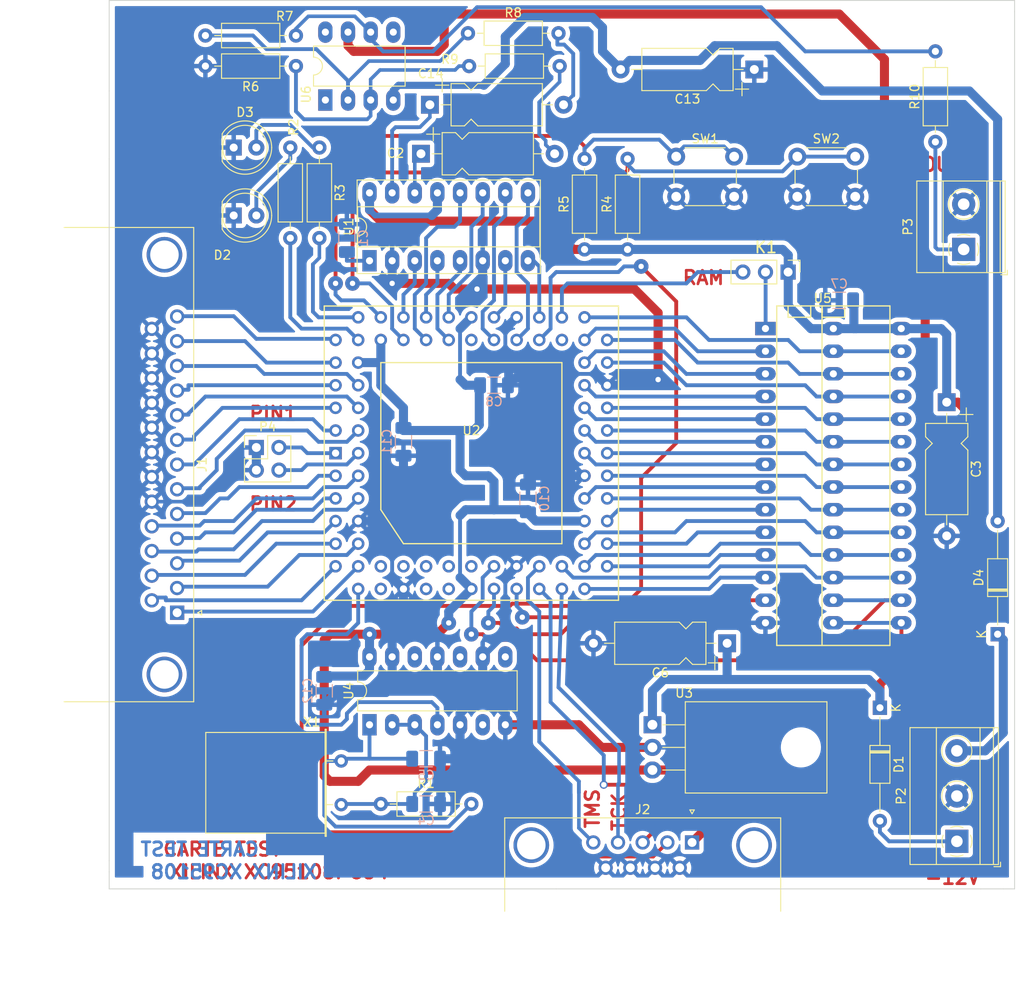
<source format=kicad_pcb>
(kicad_pcb (version 20230410) (generator pcbnew)
  (title_block (title "CARTE TEST XILINX XC95108") (rev "0"))
  (layers (0 "F.Cu" signal) (31 "B.Cu" signal) (34 "B.Paste" user) (35 "F.Paste" user) (36 "B.SilkS" user "B.Silkscreen") (37 "F.SilkS" user "F.Silkscreen") (38 "B.Mask" user) (39 "F.Mask" user) (44 "Edge.Cuts" user))
  (net 0 "")
  (net 1 "+12V")
  (net 2 "-12V")
  (net 3 "/CSMEM")
  (net 4 "/DAT0")
  (net 5 "/DAT1")
  (net 6 "/DAT2")
  (net 7 "/DAT3")
  (net 8 "/DAT4")
  (net 9 "/DAT5")
  (net 10 "/DAT6")
  (net 11 "/DAT7")
  (net 12 "/DCLK")
  (net 13 "/LED1")
  (net 14 "/LED2")
  (net 15 "/MA0")
  (net 16 "/MA1")
  (net 17 "/MA2")
  (net 18 "/MA3")
  (net 19 "/MA4")
  (net 20 "/MA5")
  (net 21 "/MA6")
  (net 22 "/MA7")
  (net 23 "/MD0")
  (net 24 "/MD1")
  (net 25 "/MD10")
  (net 26 "/MD11")
  (net 27 "/MD12")
  (net 28 "/MD13")
  (net 29 "/MD14")
  (net 30 "/MD2")
  (net 31 "/MD3")
  (net 32 "/MD4")
  (net 33 "/MD5")
  (net 34 "/MD6")
  (net 35 "/MD7")
  (net 36 "/MD8")
  (net 37 "/MD9")
  (net 38 "/OEMEM")
  (net 39 "/PARBUS0")
  (net 40 "/PARBUS1")
  (net 41 "/PARBUS2")
  (net 42 "/PARBUS3")
  (net 43 "/PARBUS4")
  (net 44 "/PARBUS5")
  (net 45 "/PARBUS6")
  (net 46 "/PARBUS7")
  (net 47 "/PAR_AUX0{slash}STROBE*")
  (net 48 "/PAR_AUX6{slash}ACK")
  (net 49 "/PAR_AUX5{slash}BUSY*")
  (net 50 "/PAR_AUX4{slash}PE")
  (net 51 "/PAR_AUX3{slash}SELECT*")
  (net 52 "/PAR_AUX2{slash}AUTOLF*")
  (net 53 "/PAR_AUX1{slash}ERROR*")
  (net 54 "/PAR_AUX7{slash}INIT")
  (net 55 "/PAR_AUX8{slash}SELECT")
  (net 56 "/PIN_TEST0")
  (net 57 "/PIN_TEST1")
  (net 58 "/XIN{slash}CLK")
  (net 59 "/SW0")
  (net 60 "/SW1")
  (net 61 "/TCK")
  (net 62 "/TDI")
  (net 63 "/TDO")
  (net 64 "/TMS")
  (net 65 "Net-(U1-VREF)")
  (net 66 "GND")
  (net 67 "Net-(C2-Pad1)")
  (net 68 "Net-(C14-Pad1)")
  (net 69 "Net-(C14-Pad2)")
  (net 70 "Net-(D2-A)")
  (net 71 "Net-(C2-Pad2)")
  (net 72 "Net-(C4-Pad1)")
  (net 73 "Net-(C5-Pad1)")
  (net 74 "Net-(D3-A)")
  (net 75 "Net-(K1-PM)")
  (net 76 "Net-(P3-P1)")
  (net 77 "Net-(U6-+)")
  (net 78 "Net-(U6-OUT)")
  (net 79 "VCC")
  (net 80 "/+12BATT")
  (net 81 "/-12BATT")
  (net 82 "Net-(U6--)")
  (net 91 "/R{slash}W-A14")
  (footprint "Diode_THT:D_DO-35_SOD27_P12.70mm_Horizontal" (layer "F.Cu") (at 181.102 115.57 -90)
    (fp_text reference "D1")
    (fp_text value "1N4004")
  )
  (footprint "Diode_THT:D_DO-35_SOD27_P12.70mm_Horizontal" (layer "F.Cu") (at 194.31 107.315 90)
    (fp_text reference "D4")
    (fp_text value "1N4004")
  )
  (footprint "Button_Switch_THT:SW_PUSH_6mm_H4.3mm" (layer "F.Cu") (at 158.242 53.721)
    (fp_text reference "SW1")
    (fp_text value "SW_PUSH")
  )
  (footprint "footprints:PLCC84" (layer "F.Cu") (at 135.255 86.995)
    (fp_text reference "U2")
    (fp_text value "XC95108PC84")
  )
  (footprint "Package_DIP:DIP-14_W7.62mm_LongPads" (layer "F.Cu") (at 123.825 117.475 90)
    (fp_text reference "U4")
    (fp_text value "74HC04")
  )
  (footprint "Connector_PinHeader_2.54mm:PinHeader_2x02_P2.54mm_Vertical" (layer "F.Cu") (at 111.125 86.36)
    (fp_text reference "P4")
    (fp_text value "CONN_2X2")
  )
  (footprint "Connector_PinHeader_2.54mm:PinHeader_1x03_P2.54mm_Vertical" (layer "F.Cu") (at 170.8 66.675 -90)
    (fp_text reference "K1")
    (fp_text value "CONN_3" hide)
  )
  (footprint "Resistor_THT:R_Axial_DIN0207_L6.3mm_D2.5mm_P10.16mm_Horizontal" (layer "F.Cu") (at 114.935 52.705 -90)
    (fp_text reference "R2")
    (fp_text value "330")
  )
  (footprint "Resistor_THT:R_Axial_DIN0207_L6.3mm_D2.5mm_P10.16mm_Horizontal" (layer "F.Cu") (at 134.874 39.878)
    (fp_text reference "R8")
    (fp_text value "2,2K")
  )
  (footprint "Resistor_THT:R_Axial_DIN0207_L6.3mm_D2.5mm_P10.16mm_Horizontal" (layer "F.Cu") (at 187.325 52.07 90)
    (fp_text reference "R10")
    (fp_text value "75")
  )
  (footprint "Resistor_THT:R_Axial_DIN0207_L6.3mm_D2.5mm_P10.16mm_Horizontal" (layer "F.Cu") (at 135.001 43.561)
    (fp_text reference "R9")
    (fp_text value "2,2K")
  )
  (footprint "Resistor_THT:R_Axial_DIN0207_L6.3mm_D2.5mm_P10.16mm_Horizontal" (layer "F.Cu") (at 125.095 126.365)
    (fp_text reference "R1")
    (fp_text value "100K")
  )
  (footprint "Resistor_THT:R_Axial_DIN0207_L6.3mm_D2.5mm_P10.16mm_Horizontal" (layer "F.Cu") (at 147.955 64.135 90)
    (fp_text reference "R5")
    (fp_text value "4,7K")
  )
  (footprint "Resistor_THT:R_Axial_DIN0207_L6.3mm_D2.5mm_P10.16mm_Horizontal" (layer "F.Cu") (at 115.57 43.561 180)
    (fp_text reference "R6")
    (fp_text value "1,1k")
  )
  (footprint "Resistor_THT:R_Axial_DIN0207_L6.3mm_D2.5mm_P10.16mm_Horizontal" (layer "F.Cu") (at 118.2 52.7 -90)
    (fp_text reference "R3")
    (fp_text value "330")
  )
  (footprint "Package_DIP:DIP-16_W7.62mm_Socket_LongPads" (layer "F.Cu") (at 123.825 65.405 90)
    (fp_text reference "U1")
    (fp_text value "TDA8702")
  )
  (footprint "Crystal:Crystal_HC18-U_Horizontal" (layer "F.Cu") (at 120.65 121.539 -90)
    (fp_text reference "X1")
    (fp_text value "10MHz")
  )
  (footprint "Resistor_THT:R_Axial_DIN0207_L6.3mm_D2.5mm_P10.16mm_Horizontal" (layer "F.Cu") (at 152.781 64.135 90)
    (fp_text reference "R4")
    (fp_text value "4,7K")
  )
  (footprint "Resistor_THT:R_Axial_DIN0207_L6.3mm_D2.5mm_P10.16mm_Horizontal" (layer "F.Cu") (at 115.57 40.132 180)
    (fp_text reference "R7")
    (fp_text value "1,1K")
  )
  (footprint "LED_THT:LED_D5.0mm" (layer "F.Cu") (at 108.585 52.705)
    (fp_text reference "D3")
    (fp_text value "LED")
  )
  (footprint "LED_THT:LED_D5.0mm" (layer "F.Cu") (at 108.585 60.325)
    (fp_text reference "D2")
    (fp_text value "LED")
  )
  (footprint "Package_DIP:DIP-8_W7.62mm_LongPads" (layer "F.Cu") (at 118.872 47.371 90)
    (fp_text reference "U6")
    (fp_text value "LM318N")
  )
  (footprint "Connector_Dsub:DSUB-25_Female_Horizontal_P2.77x2.84mm_EdgePinOffset9.90mm_Housed_MountingHolesOffset11.32mm" (layer "F.Cu") (at 102.235 104.902 -90)
    (fp_text reference "J1")
    (fp_text value "DB25")
  )
  (footprint "Package_TO_SOT_THT:TO-220-3_Horizontal_TabDown" (layer "F.Cu") (at 155.575 117.475 -90)
    (fp_text reference "U3")
    (fp_text value "LM7805")
  )
  (footprint "Connector_Dsub:DSUB-9_Female_Horizontal_P2.77x2.84mm_EdgePinOffset4.94mm_Housed_MountingHolesOffset7.48mm" (layer "F.Cu") (at 160.02 130.683)
    (fp_text reference "J2")
    (fp_text value "DB9FEM")
  )
  (footprint "TerminalBlock_Phoenix:TerminalBlock_Phoenix_MKDS-1,5-3-5.08_1x03_P5.08mm_Horizontal" (layer "F.Cu") (at 189.738 130.556 90)
    (fp_text reference "P2")
    (fp_text value "CONN_3")
  )
  (footprint "TerminalBlock_Phoenix:TerminalBlock_Phoenix_MKDS-1,5-2-5.08_1x02_P5.08mm_Horizontal" (layer "F.Cu") (at 190.5 64.135 90)
    (fp_text reference "P3")
    (fp_text value "CONN_2")
  )
  (footprint "Capacitor_THT:CP_Axial_L10.0mm_D4.5mm_P15.00mm_Horizontal" (layer "F.Cu") (at 167.005 43.942 180)
    (fp_text reference "C13")
    (fp_text value "10uF")
  )
  (footprint "Capacitor_THT:CP_Axial_L10.0mm_D4.5mm_P15.00mm_Horizontal" (layer "F.Cu") (at 163.957 108.331 180)
    (fp_text reference "C6")
    (fp_text value "47uF")
  )
  (footprint "Capacitor_THT:CP_Axial_L10.0mm_D4.5mm_P15.00mm_Horizontal" (layer "F.Cu") (at 188.595 81.28 -90)
    (fp_text reference "C3")
    (fp_text value "10uF")
  )
  (footprint "Capacitor_THT:CP_Axial_L10.0mm_D4.5mm_P15.00mm_Horizontal" (layer "F.Cu") (at 129.6 53.4)
    (fp_text reference "C2")
    (fp_text value "10uF")
  )
  (footprint "Button_Switch_THT:SW_PUSH_6mm_H4.3mm" (layer "F.Cu") (at 171.831 53.721)
    (fp_text reference "SW2")
    (fp_text value "SW_PUSH")
  )
  (footprint "footprints:DIP-28__300__600_ELL" (layer "F.Cu") (at 168.275 73.025)
    (fp_text reference "U5")
    (fp_text value "RAM_32KO")
  )
  (footprint "Capacitor_THT:CP_Axial_L10.0mm_D4.5mm_P15.00mm_Horizontal" (layer "F.Cu") (at 130.6 47.9)
    (fp_text reference "C14")
    (fp_text value "10uF")
  )
  (footprint "Capacitor_SMD:C_1206_3216Metric_Pad1.33x1.80mm_HandSolder" (layer "B.Cu") (at 121.285 62.865 90)
    (fp_text reference "C1")
    (fp_text value "100nF")
  )
  (footprint "Capacitor_SMD:C_1206_3216Metric_Pad1.33x1.80mm_HandSolder" (layer "B.Cu") (at 130.175 126.365)
    (fp_text reference "C4")
    (fp_text value "22pF")
  )
  (footprint "Capacitor_SMD:C_1206_3216Metric_Pad1.33x1.80mm_HandSolder" (layer "B.Cu") (at 130.175 121.285)
    (fp_text reference "C5")
    (fp_text value "22pF")
  )
  (footprint "Capacitor_SMD:C_1206_3216Metric_Pad1.33x1.80mm_HandSolder" (layer "B.Cu") (at 118.745 113.665 -90)
    (fp_text reference "C12")
    (fp_text value "100nF")
  )
  (footprint "Capacitor_SMD:C_1206_3216Metric_Pad1.33x1.80mm_HandSolder" (layer "B.Cu") (at 127.635 85.725 -90)
    (fp_text reference "C11")
    (fp_text value "100nF")
  )
  (footprint "Capacitor_SMD:C_1206_3216Metric_Pad1.33x1.80mm_HandSolder" (layer "B.Cu") (at 141.605 92.075 90)
    (fp_text reference "C10")
    (fp_text value "100nF")
  )
  (footprint "Capacitor_SMD:C_1206_3216Metric_Pad1.33x1.80mm_HandSolder" (layer "B.Cu") (at 137.795 79.375)
    (fp_text reference "C8")
    (fp_text value "100nF")
  )
  (footprint "Capacitor_SMD:C_1206_3216Metric_Pad1.33x1.80mm_HandSolder" (layer "B.Cu") (at 176.53 69.85 180)
    (fp_text reference "C7")
    (fp_text value "100nF")
  )
  (gr_line (start 196.215 37.465) (end 196.215 36.195) (stroke (width 0.1)) (layer "Edge.Cuts"))
  (gr_line (start 94.615 46.355) (end 94.615 53.975) (stroke (width 0.1)) (layer "Edge.Cuts"))
  (gr_line (start 196.215 36.195) (end 94.615 36.195) (stroke (width 0.1)) (layer "Edge.Cuts"))
  (gr_line (start 196.215 135.89) (end 194.945 135.89) (stroke (width 0.1)) (layer "Edge.Cuts"))
  (gr_line (start 160.655 135.89) (end 192.405 135.89) (stroke (width 0.1)) (layer "Edge.Cuts"))
  (gr_line (start 94.615 53.975) (end 94.615 132.715) (stroke (width 0.1)) (layer "Edge.Cuts"))
  (gr_line (start 94.615 132.715) (end 94.615 133.985) (stroke (width 0.1)) (layer "Edge.Cuts"))
  (gr_line (start 94.615 36.195) (end 94.615 46.355) (stroke (width 0.1)) (layer "Edge.Cuts"))
  (gr_line (start 192.405 135.89) (end 194.945 135.89) (stroke (width 0.1)) (layer "Edge.Cuts"))
  (gr_line (start 196.215 37.465) (end 196.215 135.89) (stroke (width 0.1)) (layer "Edge.Cuts"))
  (gr_line (start 94.615 133.985) (end 94.615 135.89) (stroke (width 0.1)) (layer "Edge.Cuts"))
  (gr_line (start 94.615 135.89) (end 144.78 135.89) (stroke (width 0.1)) (layer "Edge.Cuts"))
  (gr_line (start 144.78 135.89) (end 160.655 135.89) (stroke (width 0.1)) (layer "Edge.Cuts"))
  (gr_text "TCK" (at 151.83866 127.254 90) (layer "F.Cu") (effects (font (size 1.524 1.524) (thickness 0.3048))))
  (gr_text "XILINX XC95108PC84" (at 113.665 133.985) (layer "F.Cu") (effects (font (size 1.524 1.524) (thickness 0.3048))))
  (gr_text "ROM" (at 176.53 67.31) (layer "F.Cu") (effects (font (size 1.524 1.524) (thickness 0.3048))))
  (gr_text "GND" (at 187.325 68.58) (layer "F.Cu") (effects (font (size 1.524 1.524) (thickness 0.3048))))
  (gr_text "GND" (at 183.388 124.841 90) (layer "F.Cu") (effects (font (size 1.524 1.524) (thickness 0.3048))))
  (gr_text "VOUT" (at 187.325 54.61) (layer "F.Cu") (effects (font (size 1.524 1.524) (thickness 0.3048))))
  (gr_text "VCC" (at 160.02 126.873 90) (layer "F.Cu") (effects (font (size 1.524 1.524) (thickness 0.3048))))
  (gr_text "PIN1" (at 113.03 82.55) (layer "F.Cu") (effects (font (size 1.524 1.524) (thickness 0.3048))))
  (gr_text "TDO" (at 157.55366 126.873 90) (layer "F.Cu") (effects (font (size 1.524 1.524) (thickness 0.3048))))
  (gr_text "TMS" (at 148.844 126.873 90) (layer "F.Cu") (effects (font (size 1.524 1.524) (thickness 0.3048))))
  (gr_text "+12V" (at 189.865 116.713) (layer "F.Cu") (effects (font (size 1.524 1.524) (thickness 0.3048))))
  (gr_text "PIN2" (at 113.03 92.71) (layer "F.Cu") (effects (font (size 1.524 1.524) (thickness 0.3048))))
  (gr_text "-12V" (at 189.23 134.62) (layer "F.Cu") (effects (font (size 1.524 1.524) (thickness 0.3048))))
  (gr_text "RAM" (at 161.29 67.31) (layer "F.Cu") (effects (font (size 1.524 1.524) (thickness 0.3048))))
  (gr_text "CARTE TEST" (at 107.315 131.445) (layer "F.Cu") (effects (font (size 1.524 1.524) (thickness 0.3048))))
  (gr_text "TDI" (at 154.178 126.873 90) (layer "F.Cu") (effects (font (size 1.27 1.524) (thickness 0.3048))))
  (gr_text "XILINX XC95108" (at 108.585 133.985) (layer "B.Cu") (effects (font (size 1.524 1.524) (thickness 0.3048)) (justify mirror)))
  (gr_text "CARTE TEST" (at 104.775 131.445) (layer "B.Cu") (effects (font (size 1.524 1.524) (thickness 0.3048)) (justify mirror)))
  (segment (start 121.412 41.275) (end 121.412 39.751) (width 1.016) (layer "F.Cu") (net 1))
  (segment (start 181.102 115.57) (end 181.102 112.903) (width 1.016) (layer "F.Cu") (net 1))
  (segment (start 181.61 42.799) (end 176.53 37.719) (width 1.016) (layer "F.Cu") (net 1))
  (segment (start 132.842 37.719) (end 132.207 38.354) (width 1.016) (layer "F.Cu") (net 1))
  (segment (start 186.182 71.247) (end 181.61 66.675) (width 1.016) (layer "F.Cu") (net 1))
  (segment (start 181.102 112.903) (end 186.182 107.823) (width 1.016) (layer "F.Cu") (net 1))
  (segment (start 122.047 41.91) (end 121.412 41.275) (width 1.016) (layer "F.Cu") (net 1))
  (segment (start 176.53 37.719) (end 132.842 37.719) (width 1.016) (layer "F.Cu") (net 1))
  (segment (start 186.182 107.823) (end 186.182 71.247) (width 1.016) (layer "F.Cu") (net 1))
  (segment (start 132.207 41.148) (end 131.445 41.91) (width 1.016) (layer "F.Cu") (net 1))
  (segment (start 132.207 38.354) (end 132.207 41.148) (width 1.016) (layer "F.Cu") (net 1))
  (segment (start 181.61 66.675) (end 181.61 42.799) (width 1.016) (layer "F.Cu") (net 1))
  (segment (start 131.445 41.91) (end 122.047 41.91) (width 1.016) (layer "F.Cu") (net 1))
  (segment (start 163.83 112.395) (end 179.832 112.395) (width 1.016) (layer "B.Cu") (net 1))
  (segment (start 155.575 113.665) (end 155.575 117.475) (width 1.016) (layer "B.Cu") (net 1))
  (segment (start 181.102 113.665) (end 181.102 115.57) (width 1.016) (layer "B.Cu") (net 1))
  (segment (start 179.832 112.395) (end 181.102 113.665) (width 1.016) (layer "B.Cu") (net 1))
  (segment (start 156.845 112.395) (end 155.575 113.665) (width 1.016) (layer "B.Cu") (net 1))
  (segment (start 163.83 112.395) (end 163.957 112.268) (width 1.016) (layer "B.Cu") (net 1))
  (segment (start 163.957 112.268) (end 163.957 108.331) (width 1.016) (layer "B.Cu") (net 1))
  (segment (start 163.83 112.395) (end 156.845 112.395) (width 1.016) (layer "B.Cu") (net 1))
  (segment (start 149.973 41.91) (end 149.973 39.229) (width 1.016) (layer "B.Cu") (net 2))
  (segment (start 160.909 42.926) (end 162.56 41.275) (width 1.016) (layer "B.Cu") (net 2))
  (segment (start 149.973 39.229) (end 148.844 38.1) (width 1.016) (layer "B.Cu") (net 2))
  (segment (start 127.08 45.72) (end 136.652 45.72) (width 0.8) (layer "B.Cu") (net 2))
  (segment (start 126.492 46.308) (end 127.08 45.72) (width 0.8) (layer "B.Cu") (net 2))
  (segment (start 194.31 49.53) (end 191.135 46.355) (width 1.016) (layer "B.Cu") (net 2))
  (segment (start 141.224 38.1) (end 139.065 40.259) (width 1.016) (layer "B.Cu") (net 2))
  (segment (start 169.545 41.275) (end 174.625 46.355) (width 1.016) (layer "B.Cu") (net 2))
  (segment (start 139.065 40.259) (end 139.065 43.307) (width 1.016) (layer "B.Cu") (net 2))
  (segment (start 139.065 43.307) (end 136.652 45.72) (width 1.016) (layer "B.Cu") (net 2))
  (segment (start 174.625 46.355) (end 191.135 46.355) (width 1.016) (layer "B.Cu") (net 2))
  (segment (start 162.56 41.275) (end 169.545 41.275) (width 1.016) (layer "B.Cu") (net 2))
  (segment (start 126.492 47.371) (end 126.492 46.308) (width 0.8) (layer "B.Cu") (net 2))
  (segment (start 160.909 42.926) (end 153.021 42.926) (width 1.016) (layer "B.Cu") (net 2))
  (segment (start 153.021 42.926) (end 152.005 43.942) (width 1.016) (layer "B.Cu") (net 2))
  (segment (start 194.31 94.615) (end 194.31 49.53) (width 1.016) (layer "B.Cu") (net 2))
  (segment (start 148.844 38.1) (end 141.224 38.1) (width 1.016) (layer "B.Cu") (net 2))
  (segment (start 152.005 43.942) (end 149.973 41.91) (width 1.016) (layer "B.Cu") (net 2))
  (segment (start 183.515 93.345) (end 175.895 93.345) (width 0.4318) (layer "B.Cu") (net 3))
  (segment (start 175.895 93.345) (end 173.355 93.345) (width 0.4318) (layer "B.Cu") (net 3))
  (segment (start 173.355 93.345) (end 172.085 92.075) (width 0.4318) (layer "B.Cu") (net 3))
  (segment (start 150.495 92.075) (end 172.085 92.075) (width 0.4318) (layer "B.Cu") (net 3))
  (segment (start 130.175 67.945) (end 130.175 62.865) (width 0.4318) (layer "B.Cu") (net 4))
  (segment (start 133.35 61.595) (end 133.985 60.96) (width 0.4318) (layer "B.Cu") (net 4))
  (segment (start 133.985 60.96) (end 133.985 57.785) (width 0.4318) (layer "B.Cu") (net 4))
  (segment (start 128.905 69.215) (end 130.175 67.945) (width 0.4318) (layer "B.Cu") (net 4))
  (segment (start 131.445 61.595) (end 133.35 61.595) (width 0.4318) (layer "B.Cu") (net 4))
  (segment (start 130.175 62.865) (end 131.445 61.595) (width 0.4318) (layer "B.Cu") (net 4))
  (segment (start 130.175 74.295) (end 128.905 73.025) (width 0.4318) (layer "B.Cu") (net 4))
  (segment (start 128.905 73.025) (end 128.905 69.215) (width 0.4318) (layer "B.Cu") (net 4))
  (segment (start 135.255 61.595) (end 136.525 60.325) (width 0.4318) (layer "B.Cu") (net 5))
  (segment (start 132.715 69.215) (end 135.255 66.675) (width 0.4318) (layer "B.Cu") (net 5))
  (segment (start 136.525 57.785) (end 136.525 60.325) (width 0.4318) (layer "B.Cu") (net 5))
  (segment (start 135.255 61.595) (end 135.255 66.675) (width 0.4318) (layer "B.Cu") (net 5))
  (segment (start 132.715 69.215) (end 132.715 71.755) (width 0.4318) (layer "B.Cu") (net 5))
  (segment (start 128.905 67.945) (end 127.635 69.215) (width 0.4318) (layer "B.Cu") (net 6))
  (segment (start 128.905 65.405) (end 128.905 67.945) (width 0.4318) (layer "B.Cu") (net 6))
  (segment (start 127.635 69.215) (end 127.635 71.755) (width 0.4318) (layer "B.Cu") (net 6))
  (segment (start 130.175 69.215) (end 131.445 67.945) (width 0.4318) (layer "B.Cu") (net 7))
  (segment (start 130.175 71.755) (end 130.175 69.215) (width 0.4318) (layer "B.Cu") (net 7))
  (segment (start 131.445 67.945) (end 131.445 65.405) (width 0.4318) (layer "B.Cu") (net 7))
  (segment (start 139.065 60.325) (end 137.795 61.595) (width 0.4318) (layer "B.Cu") (net 8))
  (segment (start 136.525 71.12) (end 137.795 69.85) (width 0.4318) (layer "B.Cu") (net 8))
  (segment (start 139.065 57.785) (end 139.065 60.325) (width 0.4318) (layer "B.Cu") (net 8))
  (segment (start 137.795 69.85) (end 137.795 61.595) (width 0.4318) (layer "B.Cu") (net 8))
  (segment (start 136.525 73.025) (end 137.795 74.295) (width 0.4318) (layer "B.Cu") (net 8))
  (segment (start 136.525 71.12) (end 136.525 73.025) (width 0.4318) (layer "B.Cu") (net 8))
  (segment (start 140.335 74.295) (end 141.605 73.025) (width 0.4318) (layer "B.Cu") (net 9))
  (segment (start 141.605 57.785) (end 141.605 60.325) (width 0.4318) (layer "B.Cu") (net 9))
  (segment (start 141.605 67.945) (end 140.335 66.675) (width 0.4318) (layer "B.Cu") (net 9))
  (segment (start 141.605 60.325) (end 140.335 61.595) (width 0.4318) (layer "B.Cu") (net 9))
  (segment (start 140.335 61.595) (end 140.335 66.675) (width 0.4318) (layer "B.Cu") (net 9))
  (segment (start 141.605 73.025) (end 141.605 67.945) (width 0.4318) (layer "B.Cu") (net 9))
  (segment (start 142.875 71.755) (end 142.875 66.04) (width 0.4318) (layer "B.Cu") (net 10))
  (segment (start 142.875 66.04) (end 142.24 65.405) (width 0.4318) (layer "B.Cu") (net 10))
  (segment (start 142.24 65.405) (end 141.605 65.405) (width 0.4318) (layer "B.Cu") (net 10))
  (segment (start 139.065 70.485) (end 137.795 71.755) (width 0.4318) (layer "B.Cu") (net 11))
  (segment (start 139.065 65.405) (end 139.065 70.485) (width 0.4318) (layer "B.Cu") (net 11))
  (segment (start 133.985 66.675) (end 133.985 65.405) (width 0.4318) (layer "B.Cu") (net 12))
  (segment (start 131.445 69.215) (end 133.985 66.675) (width 0.4318) (layer "B.Cu") (net 12))
  (segment (start 131.445 73.025) (end 131.445 69.215) (width 0.4318) (layer "B.Cu") (net 12))
  (segment (start 132.715 74.295) (end 131.445 73.025) (width 0.4318) (layer "B.Cu") (net 12))
  (segment (start 116.205 73.025) (end 114.935 71.755) (width 0.4318) (layer "B.Cu") (net 13))
  (segment (start 114.935 62.865) (end 114.935 71.755) (width 0.4318) (layer "B.Cu") (net 13))
  (segment (start 121.285 73.025) (end 122.555 74.295) (width 0.4318) (layer "B.Cu") (net 13))
  (segment (start 116.205 73.025) (end 121.285 73.025) (width 0.4318) (layer "B.Cu") (net 13))
  (segment (start 117.475 71.12) (end 118.11 71.755) (width 0.4318) (layer "B.Cu") (net 14))
  (segment (start 118.2 62.86) (end 118.2 65.075) (width 0.4) (layer "B.Cu") (net 14))
  (segment (start 117.475 65.8) (end 117.475 71.12) (width 0.4318) (layer "B.Cu") (net 14))
  (segment (start 118.2 65.075) (end 117.475 65.8) (width 0.4) (layer "B.Cu") (net 14))
  (segment (start 118.11 71.755) (end 122.555 71.755) (width 0.4318) (layer "B.Cu") (net 14))
  (segment (start 161.925 99.695) (end 163.195 98.425) (width 0.4318) (layer "B.Cu") (net 15))
  (segment (start 150.495 99.695) (end 161.925 99.695) (width 0.4318) (layer "B.Cu") (net 15))
  (segment (start 163.195 98.425) (end 168.275 98.425) (width 0.4318) (layer "B.Cu") (net 15))
  (segment (start 161.925 102.235) (end 163.195 100.965) (width 0.4318) (layer "B.Cu") (net 16))
  (segment (start 163.195 100.965) (end 168.275 100.965) (width 0.4318) (layer "B.Cu") (net 16))
  (segment (start 147.955 102.235) (end 161.925 102.235) (width 0.4318) (layer "B.Cu") (net 16))
  (segment (start 161.925 105.41) (end 163.83 103.505) (width 0.4318) (layer "F.Cu") (net 17))
  (segment (start 140.97 105.41) (end 161.925 105.41) (width 0.4318) (layer "F.Cu") (net 17))
  (segment (start 163.83 103.505) (end 168.275 103.505) (width 0.4318) (layer "F.Cu") (net 17))
  (via (at 140.97 105.41) (size 1.651) (drill 0.6) (layers "F.Cu" "B.Cu") (net 17))
  (segment (start 140.335 102.235) (end 140.335 104.14) (width 0.4318) (layer "B.Cu") (net 17))
  (segment (start 140.97 104.775) (end 140.97 105.41) (width 0.4318) (layer "B.Cu") (net 17))
  (segment (start 140.335 104.14) (end 140.97 104.775) (width 0.4318) (layer "B.Cu") (net 17))
  (segment (start 169.926 109.22) (end 182.88 109.22) (width 0.4318) (layer "F.Cu") (net 18))
  (segment (start 137.16 107.95) (end 140.335 107.95) (width 0.4318) (layer "F.Cu") (net 18))
  (segment (start 183.515 108.585) (end 183.515 106.045) (width 0.4318) (layer "F.Cu") (net 18))
  (segment (start 140.335 107.95) (end 142.621 110.236) (width 0.4318) (layer "F.Cu") (net 18))
  (segment (start 168.91 110.236) (end 169.926 109.22) (width 0.4318) (layer "F.Cu") (net 18))
  (segment (start 136.525 107.315) (end 137.16 107.95) (width 0.4318) (layer "F.Cu") (net 18))
  (segment (start 135.255 107.315) (end 136.525 107.315) (width 0.4318) (layer "F.Cu") (net 18))
  (segment (start 182.88 109.22) (end 183.515 108.585) (width 0.4318) (layer "F.Cu") (net 18))
  (segment (start 142.621 110.236) (end 168.91 110.236) (width 0.4318) (layer "F.Cu") (net 18))
  (via (at 135.255 107.315) (size 1.651) (drill 0.6) (layers "F.Cu" "B.Cu") (net 18))
  (segment (start 136.525 100.965) (end 137.795 99.695) (width 0.4318) (layer "B.Cu") (net 18))
  (segment (start 135.255 107.315) (end 135.255 104.775) (width 0.4318) (layer "B.Cu") (net 18))
  (segment (start 136.525 103.505) (end 136.525 100.965) (width 0.4318) (layer "B.Cu") (net 18))
  (segment (start 135.255 104.775) (end 136.525 103.505) (width 0.4318) (layer "B.Cu") (net 18))
  (segment (start 175.895 106.045) (end 183.515 106.045) (width 0.4318) (layer "B.Cu") (net 18))
  (segment (start 166.751 107.95) (end 177.165 107.95) (width 0.4318) (layer "F.Cu") (net 19))
  (segment (start 139.065 106.68) (end 140.335 106.68) (width 0.4318) (layer "F.Cu") (net 19))
  (segment (start 177.165 107.95) (end 181.61 103.505) (width 0.4318) (layer "F.Cu") (net 19))
  (segment (start 140.97 107.315) (end 145.288 107.315) (width 0.4318) (layer "F.Cu") (net 19))
  (segment (start 137.16 106.045) (end 138.43 106.045) (width 0.4318) (layer "F.Cu") (net 19))
  (segment (start 145.288 107.315) (end 146.177 106.426) (width 0.4318) (layer "F.Cu") (net 19))
  (segment (start 146.177 106.426) (end 165.227 106.426) (width 0.4318) (layer "F.Cu") (net 19))
  (segment (start 140.335 106.68) (end 140.97 107.315) (width 0.4318) (layer "F.Cu") (net 19))
  (segment (start 181.61 103.505) (end 183.515 103.505) (width 0.4318) (layer "F.Cu") (net 19))
  (segment (start 138.43 106.045) (end 139.065 106.68) (width 0.4318) (layer "F.Cu") (net 19))
  (segment (start 165.227 106.426) (end 166.751 107.95) (width 0.4318) (layer "F.Cu") (net 19))
  (via (at 137.16 106.045) (size 1.651) (drill 0.6) (layers "F.Cu" "B.Cu") (net 19))
  (segment (start 137.795 104.14) (end 137.16 104.775) (width 0.4318) (layer "B.Cu") (net 19))
  (segment (start 137.795 104.14) (end 137.795 102.235) (width 0.4318) (layer "B.Cu") (net 19))
  (segment (start 183.515 103.505) (end 175.895 103.505) (width 0.4318) (layer "B.Cu") (net 19))
  (segment (start 137.16 104.775) (end 137.16 106.045) (width 0.4318) (layer "B.Cu") (net 19))
  (segment (start 161.925 100.965) (end 163.195 99.695) (width 0.4318) (layer "B.Cu") (net 20))
  (segment (start 175.895 100.965) (end 173.99 100.965) (width 0.4318) (layer "B.Cu") (net 20))
  (segment (start 163.195 99.695) (end 172.72 99.695) (width 0.4318) (layer "B.Cu") (net 20))
  (segment (start 173.99 100.965) (end 172.72 99.695) (width 0.4318) (layer "B.Cu") (net 20))
  (segment (start 145.415 99.695) (end 146.685 100.965) (width 0.4318) (layer "B.Cu") (net 20))
  (segment (start 175.895 100.965) (end 183.515 100.965) (width 0.4318) (layer "B.Cu") (net 20))
  (segment (start 146.685 100.965) (end 161.925 100.965) (width 0.4318) (layer "B.Cu") (net 20))
  (segment (start 183.515 98.425) (end 175.895 98.425) (width 0.4318) (layer "B.Cu") (net 21))
  (segment (start 175.895 98.425) (end 173.355 98.425) (width 0.4318) (layer "B.Cu") (net 21))
  (segment (start 149.225 98.425) (end 161.925 98.425) (width 0.4318) (layer "B.Cu") (net 21))
  (segment (start 161.925 98.425) (end 163.195 97.155) (width 0.4318) (layer "B.Cu") (net 21))
  (segment (start 163.195 97.155) (end 172.085 97.155) (width 0.4318) (layer "B.Cu") (net 21))
  (segment (start 147.955 99.695) (end 149.225 98.425) (width 0.4318) (layer "B.Cu") (net 21))
  (segment (start 173.355 98.425) (end 172.085 97.155) (width 0.4318) (layer "B.Cu") (net 21))
  (segment (start 149.225 95.885) (end 158.115 95.885) (width 0.4318) (layer "B.Cu") (net 22))
  (segment (start 158.115 95.885) (end 159.385 94.615) (width 0.4318) (layer "B.Cu") (net 22))
  (segment (start 147.955 97.155) (end 149.225 95.885) (width 0.4318) (layer "B.Cu") (net 22))
  (segment (start 173.99 95.885) (end 172.72 94.615) (width 0.4318) (layer "B.Cu") (net 22))
  (segment (start 183.515 95.885) (end 175.895 95.885) (width 0.4318) (layer "B.Cu") (net 22))
  (segment (start 175.895 95.885) (end 173.99 95.885) (width 0.4318) (layer "B.Cu") (net 22))
  (segment (start 172.72 94.615) (end 159.385 94.615) (width 0.4318) (layer "B.Cu") (net 22))
  (segment (start 159.385 97.155) (end 160.655 95.885) (width 0.4318) (layer "B.Cu") (net 23))
  (segment (start 160.655 95.885) (end 168.275 95.885) (width 0.4318) (layer "B.Cu") (net 23))
  (segment (start 150.495 97.155) (end 159.385 97.155) (width 0.4318) (layer "B.Cu") (net 23))
  (segment (start 150.495 94.615) (end 151.765 93.345) (width 0.4318) (layer "B.Cu") (net 24))
  (segment (start 151.765 93.345) (end 168.275 93.345) (width 0.4318) (layer "B.Cu") (net 24))
  (segment (start 183.515 90.805) (end 175.895 90.805) (width 0.4318) (layer "B.Cu") (net 25))
  (segment (start 150.495 89.535) (end 172.72 89.535) (width 0.4318) (layer "B.Cu") (net 25))
  (segment (start 175.895 90.805) (end 173.99 90.805) (width 0.4318) (layer "B.Cu") (net 25))
  (segment (start 173.99 90.805) (end 172.72 89.535) (width 0.4318) (layer "B.Cu") (net 25))
  (segment (start 175.895 85.725) (end 183.515 85.725) (width 0.4318) (layer "B.Cu") (net 26))
  (segment (start 175.895 85.725) (end 173.99 85.725) (width 0.4318) (layer "B.Cu") (net 26))
  (segment (start 173.99 85.725) (end 172.72 84.455) (width 0.4318) (layer "B.Cu") (net 26))
  (segment (start 150.495 84.455) (end 172.72 84.455) (width 0.4318) (layer "B.Cu") (net 26))
  (segment (start 147.955 74.295) (end 149.225 73.025) (width 0.4318) (layer "B.Cu") (net 27))
  (segment (start 160.655 75.565) (end 168.275 75.565) (width 0.4318) (layer "B.Cu") (net 27))
  (segment (start 149.225 73.025) (end 158.115 73.025) (width 0.4318) (layer "B.Cu") (net 27))
  (segment (start 158.115 73.025) (end 160.655 75.565) (width 0.4318) (layer "B.Cu") (net 27))
  (segment (start 175.895 78.105) (end 183.515 78.105) (width 0.4318) (layer "B.Cu") (net 28))
  (segment (start 175.895 78.105) (end 172.085 78.105) (width 0.4318) (layer "B.Cu") (net 28))
  (segment (start 170.815 76.835) (end 172.085 78.105) (width 0.4318) (layer "B.Cu") (net 28))
  (segment (start 160.655 76.835) (end 170.815 76.835) (width 0.4318) (layer "B.Cu") (net 28))
  (segment (start 158.115 74.295) (end 160.655 76.835) (width 0.4318) (layer "B.Cu") (net 28))
  (segment (start 158.115 74.295) (end 150.495 74.295) (width 0.4318) (layer "B.Cu") (net 28))
  (segment (start 160.655 66.675) (end 165.735 66.675) (width 0.4318) (layer "B.Cu") (net 29))
  (segment (start 145.415 68.58) (end 146.05 67.945) (width 0.4318) (layer "B.Cu") (net 29))
  (segment (start 159.385 67.945) (end 160.655 66.675) (width 0.4318) (layer "B.Cu") (net 29))
  (segment (start 146.05 67.945) (end 159.385 67.945) (width 0.4318) (layer "B.Cu") (net 29))
  (segment (start 145.415 71.755) (end 145.415 68.58) (width 0.4318) (layer "B.Cu") (net 29))
  (segment (start 149.225 90.805) (end 168.275 90.805) (width 0.4318) (layer "B.Cu") (net 30))
  (segment (start 147.955 92.075) (end 149.225 90.805) (width 0.4318) (layer "B.Cu") (net 30))
  (segment (start 149.225 88.265) (end 168.275 88.265) (width 0.4318) (layer "B.Cu") (net 31))
  (segment (start 147.955 86.995) (end 149.225 88.265) (width 0.4318) (layer "B.Cu") (net 31))
  (segment (start 149.225 85.725) (end 147.955 84.455) (width 0.4318) (layer "B.Cu") (net 32))
  (segment (start 168.275 85.725) (end 149.225 85.725) (width 0.4318) (layer "B.Cu") (net 32))
  (segment (start 168.275 83.185) (end 149.225 83.185) (width 0.4318) (layer "B.Cu") (net 33))
  (segment (start 149.225 83.185) (end 147.955 81.915) (width 0.4318) (layer "B.Cu") (net 33))
  (segment (start 149.225 80.645) (end 168.275 80.645) (width 0.4318) (layer "B.Cu") (net 34))
  (segment (start 147.955 79.375) (end 149.225 80.645) (width 0.4318) (layer "B.Cu") (net 34))
  (segment (start 149.225 75.565) (end 147.955 76.835) (width 0.4318) (layer "B.Cu") (net 35))
  (segment (start 156.845 75.565) (end 149.225 75.565) (width 0.4318) (layer "B.Cu") (net 35))
  (segment (start 168.275 78.105) (end 159.385 78.105) (width 0.4318) (layer "B.Cu") (net 35))
  (segment (start 159.385 78.105) (end 156.845 75.565) (width 0.4318) (layer "B.Cu") (net 35))
  (segment (start 159.385 79.375) (end 172.72 79.375) (width 0.4318) (layer "B.Cu") (net 36))
  (segment (start 173.99 80.645) (end 172.72 79.375) (width 0.4318) (layer "B.Cu") (net 36))
  (segment (start 150.495 76.835) (end 156.845 76.835) (width 0.4318) (layer "B.Cu") (net 36))
  (segment (start 175.895 80.645) (end 173.99 80.645) (width 0.4318) (layer "B.Cu") (net 36))
  (segment (start 156.845 76.835) (end 159.385 79.375) (width 0.4318) (layer "B.Cu") (net 36))
  (segment (start 175.895 80.645) (end 183.515 80.645) (width 0.4318) (layer "B.Cu") (net 36))
  (segment (start 175.895 83.185) (end 183.515 83.185) (width 0.4318) (layer "B.Cu") (net 37))
  (segment (start 150.495 81.915) (end 172.72 81.915) (width 0.4318) (layer "B.Cu") (net 37))
  (segment (start 173.99 83.185) (end 172.72 81.915) (width 0.4318) (layer "B.Cu") (net 37))
  (segment (start 175.895 83.185) (end 173.99 83.185) (width 0.4318) (layer "B.Cu") (net 37))
  (segment (start 175.895 88.265) (end 173.99 88.265) (width 0.4318) (layer "B.Cu") (net 38))
  (segment (start 150.495 86.995) (end 172.72 86.995) (width 0.4318) (layer "B.Cu") (net 38))
  (segment (start 175.895 88.265) (end 183.515 88.265) (width 0.4318) (layer "B.Cu") (net 38))
  (segment (start 173.99 88.265) (end 172.72 86.995) (width 0.4318) (layer "B.Cu") (net 38))
  (segment (start 112.395 101.981) (end 115.951 98.425) (width 0.4318) (layer "B.Cu") (net 39))
  (segment (start 102.235 101.981) (end 112.395 101.981) (width 0.4318) (layer "B.Cu") (net 39))
  (segment (start 121.285 98.425) (end 122.555 97.155) (width 0.4318) (layer "B.Cu") (net 39))
  (segment (start 115.951 98.425) (end 121.285 98.425) (width 0.4318) (layer "B.Cu") (net 39))
  (segment (start 118.745 95.885) (end 120.015 94.615) (width 0.4318) (layer "B.Cu") (net 40))
  (segment (start 112.395 95.885) (end 109.22 99.06) (width 0.4318) (layer "B.Cu") (net 40))
  (segment (start 102.235 99.06) (end 102.235 99.314) (width 0.4318) (layer "B.Cu") (net 40))
  (segment (start 109.22 99.06) (end 102.235 99.06) (width 0.4318) (layer "B.Cu") (net 40))
  (segment (start 112.395 95.885) (end 118.745 95.885) (width 0.4318) (layer "B.Cu") (net 40))
  (segment (start 105.41 95.885) (end 108.585 95.885) (width 0.4318) (layer "B.Cu") (net 41))
  (segment (start 104.775 96.52) (end 105.41 95.885) (width 0.4318) (layer "B.Cu") (net 41))
  (segment (start 111.125 93.345) (end 117.475 93.345) (width 0.4318) (layer "B.Cu") (net 41))
  (segment (start 102.235 96.52) (end 104.775 96.52) (width 0.4318) (layer "B.Cu") (net 41))
  (segment (start 117.475 93.345) (end 118.745 92.075) (width 0.4318) (layer "B.Cu") (net 41))
  (segment (start 108.585 95.885) (end 111.125 93.345) (width 0.4318) (layer "B.Cu") (net 41))
  (segment (start 118.745 92.075) (end 120.015 92.075) (width 0.4318) (layer "B.Cu") (net 41))
  (segment (start 116.84 90.805) (end 118.11 89.535) (width 0.4318) (layer "B.Cu") (net 42))
  (segment (start 107.95 92.075) (end 109.22 90.805) (width 0.4318) (layer "B.Cu") (net 42))
  (segment (start 107.061 92.075) (end 107.95 92.075) (width 0.4318) (layer "B.Cu") (net 42))
  (segment (start 118.11 89.535) (end 120.015 89.535) (width 0.4318) (layer "B.Cu") (net 42))
  (segment (start 105.41 93.726) (end 107.061 92.075) (width 0.4318) (layer "B.Cu") (net 42))
  (segment (start 102.235 93.726) (end 105.41 93.726) (width 0.4318) (layer "B.Cu") (net 42))
  (segment (start 109.22 90.805) (end 116.84 90.805) (width 0.4318) (layer "B.Cu") (net 42))
  (segment (start 104.775 90.932) (end 104.775 90.805) (width 0.4318) (layer "B.Cu") (net 43))
  (segment (start 106.68 88.9) (end 106.68 87.63) (width 0.4318) (layer "B.Cu") (net 43))
  (segment (start 104.775 90.805) (end 106.68 88.9) (width 0.4318) (layer "B.Cu") (net 43))
  (segment (start 118.11 85.725) (end 121.285 85.725) (width 0.4318) (layer "B.Cu") (net 43))
  (segment (start 121.285 85.725) (end 122.555 84.455) (width 0.4318) (layer "B.Cu") (net 43))
  (segment (start 106.68 87.63) (end 109.855 84.455) (width 0.4318) (layer "B.Cu") (net 43))
  (segment (start 116.84 84.455) (end 118.11 85.725) (width 0.4318) (layer "B.Cu") (net 43))
  (segment (start 109.855 84.455) (end 116.84 84.455) (width 0.4318) (layer "B.Cu") (net 43))
  (segment (start 102.235 90.932) (end 104.775 90.932) (width 0.4318) (layer "B.Cu") (net 43))
  (segment (start 118.745 84.455) (end 120.015 84.455) (width 0.4318) (layer "B.Cu") (net 44))
  (segment (start 117.475 83.185) (end 118.745 84.455) (width 0.4318) (layer "B.Cu") (net 44))
  (segment (start 109.22 83.185) (end 117.475 83.185) (width 0.4318) (layer "B.Cu") (net 44))
  (segment (start 102.235 88.265) (end 104.14 88.265) (width 0.4318) (layer "B.Cu") (net 44))
  (segment (start 104.14 88.265) (end 109.22 83.185) (width 0.4318) (layer "B.Cu") (net 44))
  (segment (start 102.235 85.471) (end 104.14 85.471) (width 0.4318) (layer "B.Cu") (net 45))
  (segment (start 104.14 85.471) (end 104.14 85.09) (width 0.4318) (layer "B.Cu") (net 45))
  (segment (start 107.315 81.915) (end 120.015 81.915) (width 0.4318) (layer "B.Cu") (net 45))
  (segment (start 104.14 85.09) (end 107.315 81.915) (width 0.4318) (layer "B.Cu") (net 45))
  (segment (start 102.235 82.677) (end 103.505 82.677) (width 0.4318) (layer "B.Cu") (net 46))
  (segment (start 103.505 82.677) (end 103.505 82.55) (width 0.4318) (layer "B.Cu") (net 46))
  (segment (start 121.285 80.645) (end 122.555 81.915) (width 0.4318) (layer "B.Cu") (net 46))
  (segment (start 103.505 82.55) (end 105.41 80.645) (width 0.4318) (layer "B.Cu") (net 46))
  (segment (start 105.41 80.645) (end 121.285 80.645) (width 0.4318) (layer "B.Cu") (net 46))
  (segment (start 102.235 104.775) (end 117.475 104.775) (width 0.4318) (layer "B.Cu") (net 47))
  (segment (start 117.475 104.775) (end 122.555 99.695) (width 0.4318) (layer "B.Cu") (net 47))
  (segment (start 103.505 79.883) (end 103.505 79.375) (width 0.4318) (layer "B.Cu") (net 48))
  (segment (start 102.235 79.883) (end 103.505 79.883) (width 0.4318) (layer "B.Cu") (net 48))
  (segment (start 103.505 79.375) (end 120.015 79.375) (width 0.4318) (layer "B.Cu") (net 48))
  (segment (start 112.014 78.105) (end 121.285 78.105) (width 0.4318) (layer "B.Cu") (net 49))
  (segment (start 102.235 77.216) (end 111.125 77.216) (width 0.4318) (layer "B.Cu") (net 49))
  (segment (start 111.125 77.216) (end 112.014 78.105) (width 0.4318) (layer "B.Cu") (net 49))
  (segment (start 121.285 78.105) (end 122.555 79.375) (width 0.4318) (layer "B.Cu") (net 49))
  (segment (start 102.235 74.422) (end 109.855 74.422) (width 0.4318) (layer "B.Cu") (net 50))
  (segment (start 112.268 76.835) (end 120.015 76.835) (width 0.4318) (layer "B.Cu") (net 50))
  (segment (start 109.855 74.422) (end 112.268 76.835) (width 0.4318) (layer "B.Cu") (net 50))
  (segment (start 108.585 71.628) (end 111.125 74.168) (width 0.4318) (layer "B.Cu") (net 51))
  (segment (start 111.125 74.168) (end 120.015 74.168) (width 0.4318) (layer "B.Cu") (net 51))
  (segment (start 102.235 71.628) (end 108.585 71.628) (width 0.4318) (layer "B.Cu") (net 51))
  (segment (start 120.015 74.168) (end 120.015 74.295) (width 0.4318) (layer "B.Cu") (net 51))
  (segment (start 100.965 103.2002) (end 100.965 103.505) (width 0.4318) (layer "B.Cu") (net 52))
  (segment (start 100.965 103.505) (end 116.205 103.505) (width 0.4318) (layer "B.Cu") (net 52))
  (segment (start 116.205 103.505) (end 120.015 99.695) (width 0.4318) (layer "B.Cu") (net 52))
  (segment (start 99.695 103.2002) (end 100.965 103.2002) (width 0.4318) (layer "B.Cu") (net 52))
  (segment (start 99.695 100.6602) (end 109.855 100.6602) (width 0.4318) (layer "B.Cu") (net 53))
  (segment (start 113.3602 97.155) (end 120.015 97.155) (width 0.4318) (layer "B.Cu") (net 53))
  (segment (start 109.855 100.6602) (end 113.3602 97.155) (width 0.4318) (layer "B.Cu") (net 53))
  (segment (start 111.76 94.615) (end 117.475 94.615) (width 0.4318) (layer "B.Cu") (net 54))
  (segment (start 99.8728 98.044) (end 104.394 98.044) (width 0.4318) (layer "B.Cu") (net 54))
  (segment (start 104.394 98.044) (end 104.648 97.79) (width 0.4318) (layer "B.Cu") (net 54))
  (segment (start 121.285 93.345) (end 122.555 92.075) (width 0.4318) (layer "B.Cu") (net 54))
  (segment (start 118.745 93.345) (end 121.285 93.345) (width 0.4318) (layer "B.Cu") (net 54))
  (segment (start 108.585 97.79) (end 111.76 94.615) (width 0.4318) (layer "B.Cu") (net 54))
  (segment (start 118.745 93.345) (end 117.475 94.615) (width 0.4318) (layer "B.Cu") (net 54))
  (segment (start 104.648 97.79) (end 108.585 97.79) (width 0.4318) (layer "B.Cu") (net 54))
  (segment (start 99.695 97.8662) (end 99.8728 98.044) (width 0.4318) (layer "B.Cu") (net 54))
  (segment (start 104.775 95.123) (end 105.283 94.615) (width 0.4318) (layer "B.Cu") (net 55))
  (segment (start 121.285 90.805) (end 122.555 89.535) (width 0.4318) (layer "B.Cu") (net 55))
  (segment (start 105.283 94.615) (end 108.585 94.615) (width 0.4318) (layer "B.Cu") (net 55))
  (segment (start 118.745 90.805) (end 121.285 90.805) (width 0.4318) (layer "B.Cu") (net 55))
  (segment (start 99.695 95.123) (end 104.775 95.123) (width 0.4318) (layer "B.Cu") (net 55))
  (segment (start 111.125 92.075) (end 117.475 92.075) (width 0.4318) (layer "B.Cu") (net 55))
  (segment (start 117.475 92.075) (end 118.745 90.805) (width 0.4318) (layer "B.Cu") (net 55))
  (segment (start 108.585 94.615) (end 111.125 92.075) (width 0.4318) (layer "B.Cu") (net 55))
  (segment (start 116.205 86.36) (end 116.84 86.995) (width 0.4318) (layer "B.Cu") (net 56))
  (segment (start 116.84 86.995) (end 120.015 86.995) (width 0.4318) (layer "B.Cu") (net 56))
  (segment (start 113.665 86.36) (end 116.205 86.36) (width 0.4318) (layer "B.Cu") (net 56))
  (segment (start 113.665 88.9) (end 116.205 88.9) (width 0.4318) (layer "B.Cu") (net 57))
  (segment (start 116.84 88.265) (end 121.285 88.265) (width 0.4318) (layer "B.Cu") (net 57))
  (segment (start 116.205 88.9) (end 116.84 88.265) (width 0.4318) (layer "B.Cu") (net 57))
  (segment (start 121.285 88.265) (end 122.555 86.995) (width 0.4318) (layer "B.Cu") (net 57))
  (segment (start 121.285 107.315) (end 122.555 106.045) (width 0.4318) (layer "B.Cu") (net 58))
  (segment (start 121.285 116.205) (end 121.285 116.84) (width 0.4318) (layer "B.Cu") (net 58))
  (segment (start 121.285 116.84) (end 120.65 117.475) (width 0.4318) (layer "B.Cu") (net 58))
  (segment (start 131.445 117.475) (end 131.445 115.57) (width 0.4318) (layer "B.Cu") (net 58))
  (segment (start 116.205 107.95) (end 116.84 107.315) (width 0.4318) (layer "B.Cu") (net 58))
  (segment (start 131.445 115.57) (end 130.81 114.935) (width 0.4318) (layer "B.Cu") (net 58))
  (segment (start 130.81 114.935) (end 122.555 114.935) (width 0.4318) (layer "B.Cu") (net 58))
  (segment (start 122.555 114.935) (end 121.285 116.205) (width 0.4318) (layer "B.Cu") (net 58))
  (segment (start 122.555 106.045) (end 122.555 102.235) (width 0.4318) (layer "B.Cu") (net 58))
  (segment (start 120.65 117.475) (end 116.84 117.475) (width 0.4318) (layer "B.Cu") (net 58))
  (segment (start 116.84 117.475) (end 116.205 116.84) (width 0.4318) (layer "B.Cu") (net 58))
  (segment (start 116.84 107.315) (end 121.285 107.315) (width 0.4318) (layer "B.Cu") (net 58))
  (segment (start 116.205 116.84) (end 116.205 107.95) (width 0.4318) (layer "B.Cu") (net 58))
  (segment (start 147.955 52.555) (end 146.8 51.4) (width 0.4318) (layer "F.Cu") (net 59))
  (segment (start 120.015 54.483) (end 120.015 67.945) (width 0.4318) (layer "F.Cu") (net 59))
  (segment (start 123.098 51.4) (end 120.015 54.483) (width 0.4318) (layer "F.Cu") (net 59))
  (segment (start 146.8 51.4) (end 123.098 51.4) (width 0.4318) (layer "F.Cu") (net 59))
  (segment (start 147.955 53.975) (end 147.955 52.555) (width 0.4318) (layer "F.Cu") (net 59))
  (via (at 120.015 67.945) (size 1.651) (drill 0.6) (layers "F.Cu" "B.Cu") (net 59))
  (segment (start 158.242 53.721) (end 158.242 53.467) (width 0.4318) (layer "B.Cu") (net 59))
  (segment (start 120.015 67.945) (end 120.015 69.215) (width 0.4318) (layer "B.Cu") (net 59))
  (segment (start 158.242 53.467) (end 159.131 52.578) (width 0.4318) (layer "B.Cu") (net 59))
  (segment (start 147.955 52.832) (end 148.971 51.816) (width 0.4318) (layer "B.Cu") (net 59))
  (segment (start 156.337 51.816) (end 158.242 53.721) (width 0.4318) (layer "B.Cu") (net 59))
  (segment (start 147.955 53.975) (end 147.955 52.832) (width 0.4318) (layer "B.Cu") (net 59))
  (segment (start 123.19 69.85) (end 125.095 71.755) (width 0.4318) (layer "B.Cu") (net 59))
  (segment (start 120.65 69.85) (end 123.19 69.85) (width 0.4318) (layer "B.Cu") (net 59))
  (segment (start 163.599 52.578) (end 164.742 53.721) (width 0.4318) (layer "B.Cu") (net 59))
  (segment (start 159.131 52.578) (end 163.599 52.578) (width 0.4318) (layer "B.Cu") (net 59))
  (segment (start 148.971 51.816) (end 156.337 51.816) (width 0.4318) (layer "B.Cu") (net 59))
  (segment (start 120.015 69.215) (end 120.65 69.85) (width 0.4318) (layer "B.Cu") (net 59))
  (segment (start 121.92 67.945) (end 121.92 56.642) (width 0.4318) (layer "F.Cu") (net 60))
  (segment (start 144.145 55.88) (end 152.146 55.88) (width 0.4318) (layer "F.Cu") (net 60))
  (segment (start 123.063 55.499) (end 139.319 55.499) (width 0.4318) (layer "F.Cu") (net 60))
  (segment (start 152.146 55.88) (end 152.781 55.245) (width 0.4318) (layer "F.Cu") (net 60))
  (segment (start 121.92 56.642) (end 123.063 55.499) (width 0.4318) (layer "F.Cu") (net 60))
  (segment (start 139.319 55.499) (end 139.573 55.245) (width 0.4318) (layer "F.Cu") (net 60))
  (segment (start 143.51 55.245) (end 144.145 55.88) (width 0.4318) (layer "F.Cu") (net 60))
  (segment (start 139.573 55.245) (end 143.51 55.245) (width 0.4318) (layer "F.Cu") (net 60))
  (segment (start 152.781 55.245) (end 152.781 53.975) (width 0.4318) (layer "F.Cu") (net 60))
  (via (at 121.92 67.945) (size 1.651) (drill 0.6) (layers "F.Cu" "B.Cu") (net 60))
  (segment (start 152.781 53.975) (end 152.781 54.61) (width 0.4318) (layer "B.Cu") (net 60))
  (segment (start 171.831 53.721) (end 178.331 53.721) (width 0.4318) (layer "B.Cu") (net 60))
  (segment (start 126.365 70.485) (end 123.825 67.945) (width 0.4318) (layer "B.Cu") (net 60))
  (segment (start 127.635 74.295) (end 126.365 73.025) (width 0.4318) (layer "B.Cu") (net 60))
  (segment (start 170.18 55.372) (end 171.831 53.721) (width 0.4318) (layer "B.Cu") (net 60))
  (segment (start 152.781 54.61) (end 153.543 55.372) (width 0.4318) (layer "B.Cu") (net 60))
  (segment (start 123.825 67.945) (end 121.92 67.945) (width 0.4318) (layer "B.Cu") (net 60))
  (segment (start 126.365 73.025) (end 126.365 70.485) (width 0.4318) (layer "B.Cu") (net 60))
  (segment (start 153.543 55.372) (end 170.18 55.372) (width 0.4318) (layer "B.Cu") (net 60))
  (segment (start 151.8285 124.0155) (end 151.8285 120.0785) (width 0.4) (layer "B.Cu") (net 61))
  (segment (start 151.71 124.134) (end 151.8285 124.0155) (width 0.4) (layer "B.Cu") (net 61))
  (segment (start 151.71 130.683) (end 151.71 124.134) (width 0.4) (layer "B.Cu") (net 61))
  (segment (start 145.034 113.284) (end 145.415 102.235) (width 0.4318) (layer "B.Cu") (net 61))
  (segment (start 151.8285 120.0785) (end 145.034 113.284) (width 0.4318) (layer "B.Cu") (net 61))
  (segment (start 155.720083 129.442917) (end 154.48 130.683) (width 0.4318) (layer "F.Cu") (net 62))
  (segment (start 155.720083 124.986083) (end 155.720083 129.442917) (width 0.4318) (layer "F.Cu") (net 62))
  (segment (start 150.114 124.206) (end 154.94 124.206) (width 0.4318) (layer "F.Cu") (net 62))
  (segment (start 154.94 124.206) (end 155.720083 124.986083) (width 0.4318) (layer "F.Cu") (net 62))
  (via (at 150.114 124.206) (size 0.9) (drill 0.6) (layers "F.Cu" "B.Cu") (net 62))
  (segment (start 144.145 103.505) (end 144.145 114.935) (width 0.4318) (layer "B.Cu") (net 62))
  (segment (start 150.114 120.904) (end 150.114 124.206) (width 0.4318) (layer "B.Cu") (net 62))
  (segment (start 144.145 114.935) (end 150.0505 120.8405) (width 0.4318) (layer "B.Cu") (net 62))
  (segment (start 150.0505 120.8405) (end 150.114 120.904) (width 0.4318) (layer "B.Cu") (net 62))
  (segment (start 142.875 102.235) (end 144.145 103.505) (width 0.4318) (layer "B.Cu") (net 62))
  (segment (start 142.24 104.14) (end 141.986 103.886) (width 0.4318) (layer "F.Cu") (net 63))
  (segment (start 141.986 103.886) (end 139.827 103.886) (width 0.4318) (layer "F.Cu") (net 63))
  (segment (start 146.877999 132.272999) (end 155.660001 132.272999) (width 0.4) (layer "F.Cu") (net 63))
  (segment (start 116.205 108.585) (end 116.205 127.635) (width 0.4318) (layer "F.Cu") (net 63))
  (segment (start 155.660001 132.272999) (end 157.25 130.683) (width 0.4) (layer "F.Cu") (net 63))
  (segment (start 137.47 128.27) (end 136.2 129.54) (width 0.4) (layer "F.Cu") (net 63))
  (segment (start 152.4 104.14) (end 142.24 104.14) (width 0.4318) (layer "F.Cu") (net 63))
  (segment (start 154.305 102.235) (end 154.305 89.789) (width 0.4318) (layer "F.Cu") (net 63))
  (segment (start 158.242 85.852) (end 158.242 69.977) (width 0.4318) (layer "F.Cu") (net 63))
  (segment (start 154.305 89.789) (end 158.242 85.852) (width 0.4318) (layer "F.Cu") (net 63))
  (segment (start 145.415 130.81) (end 146.877999 132.272999) (width 0.4) (layer "F.Cu") (net 63))
  (segment (start 154.305 102.235) (end 152.4 104.14) (width 0.4318) (layer "F.Cu") (net 63))
  (segment (start 139.827 103.886) (end 139.573 104.14) (width 0.4318) (layer "F.Cu") (net 63))
  (segment (start 145.415 128.27) (end 145.415 130.81) (width 0.4) (layer "F.Cu") (net 63))
  (segment (start 118.11 129.54) (end 136.2 129.54) (width 0.4318) (layer "F.Cu") (net 63))
  (segment (start 158.242 69.977) (end 154.305 66.04) (width 0.4318) (layer "F.Cu") (net 63))
  (segment (start 145.415 128.27) (end 137.47 128.27) (width 0.4) (layer "F.Cu") (net 63))
  (segment (start 116.205 127.635) (end 118.11 129.54) (width 0.4318) (layer "F.Cu") (net 63))
  (segment (start 120.65 104.14) (end 116.205 108.585) (width 0.4318) (layer "F.Cu") (net 63))
  (segment (start 139.573 104.14) (end 120.65 104.14) (width 0.4318) (layer "F.Cu") (net 63))
  (via (at 154.305 66.04) (size 1.651) (drill 0.6) (layers "F.Cu" "B.Cu") (net 63))
  (segment (start 152.4 66.04) (end 154.305 66.04) (width 0.4318) (layer "B.Cu") (net 63))
  (segment (start 144.145 67.31) (end 144.78 66.675) (width 0.4318) (layer "B.Cu") (net 63))
  (segment (start 144.145 73.025) (end 142.875 74.295) (width 0.4318) (layer "B.Cu") (net 63))
  (segment (start 144.145 67.31) (end 144.145 73.025) (width 0.4318) (layer "B.Cu") (net 63))
  (segment (start 151.765 66.675) (end 152.4 66.04) (width 0.4318) (layer "B.Cu") (net 63))
  (segment (start 144.78 66.675) (end 151.765 66.675) (width 0.4318) (layer "B.Cu") (net 63))
  (segment (start 141.605 103.505) (end 142.875 104.775) (width 0.4318) (layer "B.Cu") (net 64))
  (segment (start 147.32 129.063) (end 148.94 130.683) (width 0.4) (layer "B.Cu") (net 64))
  (segment (start 141.605 103.505) (end 141.605 100.965) (width 0.4318) (layer "B.Cu") (net 64))
  (segment (start 147.32 123.825) (end 147.32 125.095) (width 0.4318) (layer "B.Cu") (net 64))
  (segment (start 142.875 119.38) (end 142.875 104.775) (width 0.4318) (layer "B.Cu") (net 64))
  (segment (start 147.32 125.095) (end 147.32 129.063) (width 0.4) (layer "B.Cu") (net 64))
  (segment (start 142.875 119.38) (end 147.32 123.825) (width 0.4318) (layer "B.Cu") (net 64))
  (segment (start 142.875 99.695) (end 141.605 100.965) (width 0.4318) (layer "B.Cu") (net 64))
  (segment (start 121.285 65.405) (end 123.825 65.405) (width 0.4318) (layer "B.Cu") (net 65))
  (segment (start 121.285 64.516) (end 121.285 65.405) (width 0.4318) (layer "B.Cu") (net 65))
  (segment (start 149.86 120.015) (end 155.575 120.015) (width 1.016) (layer "F.Cu") (net 66))
  (segment (start 139.065 117.475) (end 147.32 117.475) (width 1.016) (layer "F.Cu") (net 66))
  (segment (start 147.32 117.475) (end 149.86 120.015) (width 1.016) (layer "F.Cu") (net 66))
  (segment (start 126.365 67.945) (end 132.715 67.945) (width 1.016) (layer "F.Cu") (net 66))
  (segment (start 132.715 67.945) (end 133.35 68.58) (width 1.016) (layer "F.Cu") (net 66))
  (segment (start 153.543 68.58) (end 156.21 71.247) (width 1.016) (layer "F.Cu") (net 66))
  (segment (start 135.89 68.58) (end 153.543 68.58) (width 1.016) (layer "F.Cu") (net 66))
  (segment (start 133.35 68.58) (end 135.89 68.58) (width 1.016) (layer "F.Cu") (net 66))
  (segment (start 156.21 71.247) (end 156.21 78.74) (width 1.016) (layer "F.Cu") (net 66))
  (via (at 126.365 67.945) (size 1.651) (drill 0.6) (layers "F.Cu" "B.Cu") (net 66))
  (via (at 135.89 68.58) (size 1.651) (drill 0.6) (layers "F.Cu" "B.Cu") (net 66))
  (via (at 156.21 78.74) (size 1.651) (drill 0.6) (layers "F.Cu" "B.Cu") (net 66))
  (segment (start 137.795 114.935) (end 139.065 116.205) (width 1.016) (layer "B.Cu") (net 66))
  (segment (start 133.35 121.285) (end 133.985 120.65) (width 1.016) (layer "B.Cu") (net 66))
  (segment (start 140.335 99.695) (end 139.065 100.965) (width 1.016) (layer "B.Cu") (net 66))
  (segment (start 108.5 88.9) (end 109.922919 88.9) (width 0.4) (layer "B.Cu") (net 66))
  (segment (start 135.89 68.58) (end 136.525 67.945) (width 1.016) (layer "B.Cu") (net 66))
  (segment (start 153.67 79.375) (end 154.305 78.74) (width 1.016) (layer "B.Cu") (net 66))
  (segment (start 99.395 92.437) (end 104.963 92.437) (width 0.4) (layer "B.Cu") (net 66))
  (segment (start 131.826 126.365) (end 131.826 121.285) (width 1.016) (layer "B.Cu") (net 66))
  (segment (start 149.225 78.105) (end 150.495 79.375) (width 1.016) (layer "B.Cu") (net 66))
  (segment (start 147.955 89.535) (end 141.605 89.535) (width 1.016) (layer "B.Cu") (net 66))
  (segment (start 126.365 106.045) (end 126.365 109.855) (width 1.016) (layer "B.Cu") (net 66))
  (segment (start 140.716 78.105) (end 141.605 78.105) (width 1.016) (layer "B.Cu") (net 66))
  (segment (start 141.605 90.424) (end 141.605 89.535) (width 1.016) (layer "B.Cu") (net 66))
  (segment (start 133.985 120.65) (end 133.985 117.475) (width 1.016) (layer "B.Cu") (net 66))
  (segment (start 118.745 115.316) (end 120.015 114.046) (width 1.016) (layer "B.Cu") (net 66))
  (segment (start 126.365 94.615) (end 122.555 94.615) (width 1.016) (layer "B.Cu") (net 66))
  (segment (start 139.065 116.205) (end 139.065 117.475) (width 1.016) (layer "B.Cu") (net 66))
  (segment (start 127.635 102.235) (end 127.635 104.775) (width 1.016) (layer "B.Cu") (net 66))
  (segment (start 133.985 117.475) (end 133.985 116.205) (width 1.016) (layer "B.Cu") (net 66))
  (segment (start 126.365 112.395) (end 135.255 112.395) (width 1.016) (layer "B.Cu") (net 66))
  (segment (start 139.065 76.835) (end 139.065 73.025) (width 0.4318) (layer "B.Cu") (net 66))
  (segment (start 136.525 67.945) (end 136.525 65.405) (width 1.016) (layer "B.Cu") (net 66))
  (segment (start 104.963 92.437) (end 108.5 88.9) (width 0.4) (layer "B.Cu") (net 66))
  (segment (start 154.305 78.74) (end 156.21 78.74) (width 1.016) (layer "B.Cu") (net 66))
  (segment (start 133.985 116.205) (end 135.255 114.935) (width 1.016) (layer "B.Cu") (net 66))
  (segment (start 136.525 111.76) (end 136.525 109.855) (width 1.016) (layer "B.Cu") (net 66))
  (segment (start 135.255 114.935) (end 137.795 114.935) (width 1.016) (layer "B.Cu") (net 66))
  (segment (start 120.015 114.046) (end 125.73 114.046) (width 0.635) (layer "B.Cu") (net 66))
  (segment (start 109.922919 88.9) (end 111.125 88.9) (width 0.4) (layer "B.Cu") (net 66))
  (segment (start 127.635 102.235) (end 126.365 100.965) (width 1.016) (layer "B.Cu") (net 66))
  (segment (start 139.065 100.965) (end 139.065 107.315) (width 0.4318) (layer "B.Cu") (net 66))
  (segment (start 126.365 67.945) (end 126.365 65.405) (width 1.016) (layer "B.Cu") (net 66))
  (segment (start 126.365 113.411) (end 126.365 112.395) (width 1.016) (layer "B.Cu") (net 66))
  (segment (start 141.605 78.105) (end 149.225 78.105) (width 0.4318) (layer "B.Cu") (net 66))
  (segment (start 127.635 87.376) (end 127.635 93.98) (width 1.016) (layer "B.Cu") (net 66))
  (segment (start 111.125 88.9) (end 111.125 86.36) (width 1.016) (layer "B.Cu") (net 66))
  (segment (start 135.255 112.395) (end 135.255 114.935) (width 1.016) (layer "B.Cu") (net 66))
  (segment (start 141.605 89.535) (end 141.605 78.105) (width 1.016) (layer "B.Cu") (net 66))
  (segment (start 126.365 100.965) (end 126.365 94.615) (width 0.4318) (layer "B.Cu") (net 66))
  (segment (start 139.446 76.835) (end 139.065 76.835) (width 1.016) (layer "B.Cu") (net 66))
  (segment (start 127.635 104.775) (end 126.365 106.045) (width 1.016) (layer "B.Cu") (net 66))
  (segment (start 126.365 112.395) (end 126.365 109.855) (width 1.016) (layer "B.Cu") (net 66))
  (segment (start 150.495 79.375) (end 153.67 79.375) (width 1.016) (layer "B.Cu") (net 66))
  (segment (start 125.73 114.046) (end 126.365 113.411) (width 0.635) (layer "B.Cu") (net 66))
  (segment (start 139.065 73.025) (end 140.335 71.755) (width 1.016) (layer "B.Cu") (net 66))
  (segment (start 135.255 112.395) (end 135.89 112.395) (width 1.016) (layer "B.Cu") (net 66))
  (segment (start 136.525 109.855) (end 139.065 107.315) (width 0.635) (layer "B.Cu") (net 66))
  (segment (start 131.826 121.285) (end 133.35 121.285) (width 1.016) (layer "B.Cu") (net 66))
  (segment (start 139.446 79.375) (end 139.446 76.835) (width 1.016) (layer "B.Cu") (net 66))
  (segment (start 127 94.615) (end 126.365 94.615) (width 1.016) (layer "B.Cu") (net 66))
  (segment (start 135.89 112.395) (end 136.525 111.76) (width 1.016) (layer "B.Cu") (net 66))
  (segment (start 131.445 111.76) (end 132.08 112.395) (width 1.016) (layer "B.Cu") (net 66))
  (segment (start 131.445 109.855) (end 131.445 111.76) (width 1.016) (layer "B.Cu") (net 66))
  (segment (start 127.635 93.98) (end 127 94.615) (width 1.016) (layer "B.Cu") (net 66))
  (segment (start 139.446 79.375) (end 140.716 78.105) (width 1.016) (layer "B.Cu") (net 66))
  (segment (start 128.905 57.785) (end 128.905 54.095) (width 0.4) (layer "B.Cu") (net 67))
  (segment (start 128.905 54.095) (end 129.6 53.4) (width 0.4) (layer "B.Cu") (net 67))
  (segment (start 129.481 50.419) (end 130.6 49.3) (width 0.4) (layer "B.Cu") (net 68))
  (segment (start 129.286 50.419) (end 129.481 50.419) (width 0.4) (layer "B.Cu") (net 68))
  (segment (start 126.746 50.419) (end 126.365 50.8) (width 0.4318) (layer "B.Cu") (net 68))
  (segment (start 126.746 50.419) (end 129.286 50.419) (width 0.4318) (layer "B.Cu") (net 68))
  (segment (start 130.6 49.3) (end 130.6 47.9) (width 0.4) (layer "B.Cu") (net 68))
  (segment (start 126.365 50.8) (end 126.365 57.785) (width 0.4318) (layer "B.Cu") (net 68))
  (segment (start 146.685 42.164) (end 145.669 41.148) (width 0.4318) (layer "B.Cu") (net 69))
  (segment (start 146.685 46.863) (end 146.685 42.164) (width 0.4318) (layer "B.Cu") (net 69))
  (segment (start 144.907 40.08991) (end 145.034 39.96291) (width 0.4318) (layer "B.Cu") (net 69))
  (segment (start 145.669 41.148) (end 144.907 41.148) (width 0.4318) (layer "B.Cu") (net 69))
  (segment (start 146.637 46.863) (end 146.685 46.863) (width 0.4) (layer "B.Cu") (net 69))
  (segment (start 144.907 41.148) (end 144.907 40.08991) (width 0.4318) (layer "B.Cu") (net 69))
  (segment (start 145.6 47.9) (end 146.637 46.863) (width 0.4) (layer "B.Cu") (net 69))
  (segment (start 114.935 53.975) (end 114.935 52.705) (width 0.4318) (layer "B.Cu") (net 70))
  (segment (start 111.125 60.325) (end 111.125 57.785) (width 0.4318) (layer "B.Cu") (net 70))
  (segment (start 111.125 57.785) (end 114.935 53.975) (width 0.4318) (layer "B.Cu") (net 70))
  (segment (start 142.875 47.625) (end 142.875 51.2) (width 0.4318) (layer "B.Cu") (net 71))
  (segment (start 143.51 46.99) (end 145.161 45.339) (width 0.4) (layer "B.Cu") (net 71))
  (segment (start 143.51 46.99) (end 142.875 47.625) (width 0.4318) (layer "B.Cu") (net 71))
  (segment (start 143.600001 52.400001) (end 143.600001 51.925001) (width 0.4) (layer "B.Cu") (net 71))
  (segment (start 145.161 43.561) (end 145.161 45.339) (width 0.4) (layer "B.Cu") (net 71))
  (segment (start 143.600001 51.925001) (end 142.875 51.2) (width 0.4) (layer "B.Cu") (net 71))
  (segment (start 144.6 53.4) (end 143.600001 52.400001) (width 0.4) (layer "B.Cu") (net 71))
  (segment (start 126.365 117.475) (end 128.905 117.475) (width 0.4318) (layer "B.Cu") (net 72))
  (segment (start 125.095 126.365) (end 120.65 126.365) (width 0.4318) (layer "B.Cu") (net 72))
  (segment (start 128.905 125.095) (end 128.905 126.365) (width 0.4318) (layer "B.Cu") (net 72))
  (segment (start 128.905 117.475) (end 130.175 118.745) (width 0.4318) (layer "B.Cu") (net 72))
  (segment (start 128.905 126.365) (end 128.524 126.365) (width 0.4318) (layer "B.Cu") (net 72))
  (segment (start 128.524 126.365) (end 125.095 126.365) (width 0.4318) (layer "B.Cu") (net 72))
  (segment (start 130.175 118.745) (end 130.175 123.825) (width 0.4318) (layer "B.Cu") (net 72))
  (segment (start 130.175 123.825) (end 128.905 125.095) (width 0.4318) (layer "B.Cu") (net 72))
  (segment (start 120.904 121.285) (end 120.65 121.539) (width 0.4318) (layer "B.Cu") (net 73))
  (segment (start 135.255 126.365) (end 132.715 128.905) (width 0.4318) (layer "B.Cu") (net 73))
  (segment (start 132.715 128.905) (end 120.015 128.905) (width 0.4318) (layer "B.Cu") (net 73))
  (segment (start 119.126 121.539) (end 118.745 121.92) (width 0.4318) (layer "B.Cu") (net 73))
  (segment (start 120.015 128.905) (end 118.745 127.635) (width 0.4318) (layer "B.Cu") (net 73))
  (segment (start 123.825 121.285) (end 128.524 121.285) (width 0.4318) (layer "B.Cu") (net 73))
  (segment (start 120.65 121.539) (end 119.126 121.539) (width 0.4318) (layer "B.Cu") (net 73))
  (segment (start 123.825 117.475) (end 123.825 121.285) (width 0.4318) (layer "B.Cu") (net 73))
  (segment (start 118.745 127.635) (end 118.745 121.92) (width 0.4318) (layer "B.Cu") (net 73))
  (segment (start 123.825 121.285) (end 120.904 121.285) (width 0.4318) (layer "B.Cu") (net 73))
  (segment (start 111.76 50.165) (end 114.935 50.165) (width 0.4318) (layer "B.Cu") (net 74))
  (segment (start 111.125 50.8) (end 111.76 50.165) (width 0.4318) (layer "B.Cu") (net 74))
  (segment (start 117.475 52.705) (end 114.935 50.165) (width 0.4318) (layer "B.Cu") (net 74))
  (segment (start 111.125 52.705) (end 111.125 50.8) (width 0.4318) (layer "B.Cu") (net 74))
  (segment (start 168.275 66.675) (end 168.275 73.025) (width 0.4318) (layer "B.Cu") (net 75))
  (segment (start 187.325 63.881) (end 187.579 64.135) (width 0.4318) (layer "B.Cu") (net 76))
  (segment (start 187.325 52.07) (end 187.325 63.881) (width 0.4318) (layer "B.Cu") (net 76))
  (segment (start 187.579 64.135) (end 190.5 64.135) (width 0.4318) (layer "B.Cu") (net 76))
  (segment (start 123.952 45.048) (end 125 44) (width 0.4) (layer "B.Cu") (net 77))
  (segment (start 115.57 48.641) (end 115.57 43.561) (width 0.4318) (layer "B.Cu") (net 77))
  (segment (start 123.952 47.371) (end 123.952 45.048) (width 0.4) (layer "B.Cu") (net 77))
  (segment (start 125 44) (end 133.43063 44) (width 0.4) (layer "B.Cu") (net 77))
  (segment (start 116.459 49.53) (end 123.571 49.53) (width 0.4318) (layer "B.Cu") (net 77))
  (segment (start 133.43063 44) (end 133.86963 43.561) (width 0.4) (layer "B.Cu") (net 77))
  (segment (start 123.952 47.371) (end 123.952 49.149) (width 0.4) (layer "B.Cu") (net 77))
  (segment (start 116.459 49.53) (end 115.57 48.641) (width 0.4318) (layer "B.Cu") (net 77))
  (segment (start 123.952 49.149) (end 123.571 49.53) (width 0.4) (layer "B.Cu") (net 77))
  (segment (start 133.86963 43.561) (end 135.001 43.561) (width 0.4) (layer "B.Cu") (net 77))
  (segment (start 125.349 41.91) (end 123.952 40.513) (width 0.4318) (layer "B.Cu") (net 78))
  (segment (start 115.57 39.37) (end 116.967 37.973) (width 0.4) (layer "B.Cu") (net 78))
  (segment (start 116.967 37.973) (end 122.174 37.973) (width 0.4) (layer "B.Cu") (net 78))
  (segment (start 167.767 36.957) (end 135.89 36.957) (width 0.4318) (layer "B.Cu") (net 78))
  (segment (start 122.174 37.973) (end 123.952 39.751) (width 0.4) (layer "B.Cu") (net 78))
  (segment (start 172.72 41.91) (end 167.767 36.957) (width 0.4318) (layer "B.Cu") (net 78))
  (segment (start 115.57 40.132) (end 115.57 39.37) (width 0.4) (layer "B.Cu") (net 78))
  (segment (start 187.325 41.91) (end 172.72 41.91) (width 0.4318) (layer "B.Cu") (net 78))
  (segment (start 135.89 36.957) (end 130.937 41.91) (width 0.4318) (layer "B.Cu") (net 78))
  (segment (start 130.937 41.91) (end 125.349 41.91) (width 0.4318) (layer "B.Cu") (net 78))
  (segment (start 123.952 40.513) (end 123.952 39.751) (width 0.4318) (layer "B.Cu") (net 78))
  (segment (start 166.37 127) (end 178.435 127) (width 1.016) (layer "F.Cu") (net 79))
  (segment (start 118.745 107.95) (end 119.38 107.315) (width 1.016) (layer "F.Cu") (net 79))
  (segment (start 119.38 123.825) (end 118.745 123.19) (width 1.016) (layer "F.Cu") (net 79))
  (segment (start 161.925 122.555) (end 166.37 127) (width 1.016) (layer "F.Cu") (net 79))
  (segment (start 146.685 64.135) (end 147.955 64.135) (width 1.016) (layer "F.Cu") (net 79))
  (segment (start 191.135 106.68) (end 191.135 82.55) (width 1.016) (layer "F.Cu") (net 79))
  (segment (start 123.825 59.69) (end 125.095 60.96) (width 1.016) (layer "F.Cu") (net 79))
  (segment (start 179.07 122.047) (end 184.785 116.332) (width 1.016) (layer "F.Cu") (net 79))
  (segment (start 125.095 60.96) (end 143.51 60.96) (width 1.016) (layer "F.Cu") (net 79))
  (segment (start 189.865 81.28) (end 188.595 81.28) (width 1.016) (layer "F.Cu") (net 79))
  (segment (start 123.825 122.555) (end 155.575 122.555) (width 1.016) (layer "F.Cu") (net 79))
  (segment (start 119.38 107.315) (end 123.825 107.315) (width 1.016) (layer "F.Cu") (net 79))
  (segment (start 179.07 126.365) (end 179.07 122.047) (width 1.016) (layer "F.Cu") (net 79))
  (segment (start 122.555 123.825) (end 119.38 123.825) (width 1.016) (layer "F.Cu") (net 79))
  (segment (start 184.785 113.03) (end 191.135 106.68) (width 1.016) (layer "F.Cu") (net 79))
  (segment (start 163.703 127) (end 160.02 130.683) (width 1.016) (layer "F.Cu") (net 79))
  (segment (start 123.825 122.555) (end 122.555 123.825) (width 1.016) (layer "F.Cu") (net 79))
  (segment (start 178.435 127) (end 179.07 126.365) (width 1.016) (layer "F.Cu") (net 79))
  (segment (start 131.445 107.315) (end 132.715 106.045) (width 1.016) (layer "F.Cu") (net 79))
  (segment (start 123.825 107.315) (end 131.445 107.315) (width 1.016) (layer "F.Cu") (net 79))
  (segment (start 118.745 123.19) (end 118.745 107.95) (width 1.016) (layer "F.Cu") (net 79))
  (segment (start 191.135 82.55) (end 189.865 81.28) (width 1.016) (layer "F.Cu") (net 79))
  (segment (start 184.785 116.332) (end 184.785 113.03) (width 1.016) (layer "F.Cu") (net 79))
  (segment (start 155.575 122.555) (end 161.925 122.555) (width 1.016) (layer "F.Cu") (net 79))
  (segment (start 166.37 127) (end 163.703 127) (width 1.016) (layer "F.Cu") (net 79))
  (segment (start 123.825 57.785) (end 123.825 59.69) (width 1.016) (layer "F.Cu") (net 79))
  (segment (start 143.51 60.96) (end 146.685 64.135) (width 1.016) (layer "F.Cu") (net 79))
  (via (at 132.715 106.045) (size 1.651) (drill 0.6) (layers "F.Cu" "B.Cu") (net 79))
  (via (at 123.825 107.315) (size 1.651) (drill 0.6) (layers "F.Cu" "B.Cu") (net 79))
  (segment (start 141.605 93.345) (end 141.605 93.726) (width 1.016) (layer "B.Cu") (net 79))
  (segment (start 133.985 84.455) (end 127.635 84.455) (width 1.016) (layer "B.Cu") (net 79))
  (segment (start 135.255 102.235) (end 133.985 100.965) (width 1.016) (layer "B.Cu") (net 79))
  (segment (start 133.985 100.965) (end 133.985 93.98) (width 0.4318) (layer "B.Cu") (net 79))
  (segment (start 187.96 73.025) (end 188.595 73.66) (width 1.016) (layer "B.Cu") (net 79))
  (segment (start 124.46 60.325) (end 130.81 60.325) (width 0.635) (layer "B.Cu") (net 79))
  (segment (start 131.445 59.69) (end 131.445 57.785) (width 1.016) (layer "B.Cu") (net 79))
  (segment (start 136.144 79.375) (end 136.144 83.82) (width 1.016) (layer "B.Cu") (net 79))
  (segment (start 142.494 94.615) (end 147.955 94.615) (width 1.016) (layer "B.Cu") (net 79))
  (segment (start 137.795 93.345) (end 141.605 93.345) (width 1.016) (layer "B.Cu") (net 79))
  (segment (start 170.815 66.675) (end 170.815 70.485) (width 1.016) (layer "B.Cu") (net 79))
  (segment (start 134.62 89.535) (end 137.16 89.535) (width 1.016) (layer "B.Cu") (net 79))
  (segment (start 141.605 93.726) (end 142.494 94.615) (width 1.016) (layer "B.Cu") (net 79))
  (segment (start 125.095 76.835) (end 125.095 79.375) (width 1.016) (layer "B.Cu") (net 79))
  (segment (start 132.715 104.775) (end 132.715 106.045) (width 1.016) (layer "B.Cu") (net 79))
  (segment (start 170.815 64.77) (end 170.815 66.675) (width 1.016) (layer "B.Cu") (net 79))
  (segment (start 173.355 73.025) (end 178.435 73.025) (width 1.016) (layer "B.Cu") (net 79))
  (segment (start 137.16 89.535) (end 137.795 90.17) (width 1.016) (layer "B.Cu") (net 79))
  (segment (start 178.181 69.85) (end 178.181 73.025) (width 1.016) (layer "B.Cu") (net 79))
  (segment (start 125.095 79.375) (end 127.635 81.915) (width 1.016) (layer "B.Cu") (net 79))
  (segment (start 170.18 64.135) (end 170.815 64.77) (width 1.016) (layer "B.Cu") (net 79))
  (segment (start 133.985 73.025) (end 133.985 78.74) (width 0.4318) (layer "B.Cu") (net 79))
  (segment (start 152.781 64.135) (end 147.955 64.135) (width 1.016) (layer "B.Cu") (net 79))
  (segment (start 122.555 76.835) (end 125.095 76.835) (width 1.016) (layer "B.Cu") (net 79))
  (segment (start 170.815 70.485) (end 173.355 73.025) (width 1.016) (layer "B.Cu") (net 79))
  (segment (start 123.825 111.379) (end 123.825 109.855) (width 1.016) (layer "B.Cu") (net 79))
  (segment (start 123.825 109.855) (end 123.825 107.315) (width 1.016) (layer "B.Cu") (net 79))
  (segment (start 135.255 71.755) (end 133.985 73.025) (width 1.016) (layer "B.Cu") (net 79))
  (segment (start 125.095 74.295) (end 125.095 76.835) (width 1.016) (layer "B.Cu") (net 79))
  (segment (start 188.595 73.66) (end 188.595 81.28) (width 1.016) (layer "B.Cu") (net 79))
  (segment (start 133.985 88.9) (end 134.62 89.535) (width 1.016) (layer "B.Cu") (net 79))
  (segment (start 170.18 64.135) (end 152.781 64.135) (width 1.016) (layer "B.Cu") (net 79))
  (segment (start 137.795 90.17) (end 137.795 93.345) (width 1.016) (layer "B.Cu") (net 79))
  (segment (start 183.515 73.025) (end 187.96 73.025) (width 1.016) (layer "B.Cu") (net 79))
  (segment (start 130.81 60.325) (end 131.445 59.69) (width 1.016) (layer "B.Cu") (net 79))
  (segment (start 135.509 84.455) (end 133.985 84.455) (width 1.016) (layer "B.Cu") (net 79))
  (segment (start 123.825 57.785) (end 123.825 59.69) (width 1.016) (layer "B.Cu") (net 79))
  (segment (start 123.825 59.69) (end 124.46 60.325) (width 0.635) (layer "B.Cu") (net 79))
  (segment (start 133.985 93.98) (end 134.62 93.345) (width 1.016) (layer "B.Cu") (net 79))
  (segment (start 118.745 112.014) (end 123.19 112.014) (width 1.016) (layer "B.Cu") (net 79))
  (segment (start 135.255 102.235) (end 132.715 104.775) (width 1.016) (layer "B.Cu") (net 79))
  (segment (start 136.144 83.82) (end 135.509 84.455) (width 1.016) (layer "B.Cu") (net 79))
  (segment (start 134.62 79.375) (end 136.144 79.375) (width 1.016) (layer "B.Cu") (net 79))
  (segment (start 133.985 78.74) (end 134.62 79.375) (width 1.016) (layer "B.Cu") (net 79))
  (segment (start 123.19 112.014) (end 123.825 111.379) (width 1.016) (layer "B.Cu") (net 79))
  (segment (start 133.985 84.455) (end 133.985 88.9) (width 1.016) (layer "B.Cu") (net 79))
  (segment (start 127.635 81.915) (end 127.635 84.455) (width 1.016) (layer "B.Cu") (net 79))
  (segment (start 178.435 73.025) (end 183.515 73.025) (width 1.016) (layer "B.Cu") (net 79))
  (segment (start 134.62 93.345) (end 137.795 93.345) (width 1.016) (layer "B.Cu") (net 79))
  (segment (start 182.130765 130.556) (end 189.738 130.556) (width 0.4318) (layer "B.Cu") (net 80))
  (segment (start 181.102 129.527235) (end 182.130765 130.556) (width 0.4318) (layer "B.Cu") (net 80))
  (segment (start 181.102 128.27) (end 181.102 129.527235) (width 0.4318) (layer "B.Cu") (net 80))
  (segment (start 192.913 120.396) (end 189.738 120.396) (width 1.016) (layer "B.Cu") (net 81))
  (segment (start 194.945 118.364) (end 192.913 120.396) (width 1.016) (layer "B.Cu") (net 81))
  (segment (start 194.945 107.95) (end 194.945 118.364) (width 1.016) (layer "B.Cu") (net 81))
  (segment (start 194.31 107.315) (end 194.945 107.95) (width 1.016) (layer "B.Cu") (net 81))
  (segment (start 121.412 45.212) (end 117.856 41.656) (width 0.4318) (layer "B.Cu") (net 82))
  (segment (start 123.751 43) (end 121.412 45.339) (width 0.4) (layer "B.Cu") (net 82))
  (segment (start 131.752 43) (end 134.874 39.878) (width 0.4) (layer "B.Cu") (net 82))
  (segment (start 121.412 45.339) (end 121.412 45.212) (width 0.4318) (layer "B.Cu") (net 82))
  (segment (start 112.268 41.656) (end 110.744 40.132) (width 0.4318) (layer "B.Cu") (net 82))
  (segment (start 110.744 40.132) (end 105.41 40.132) (width 0.4318) (layer "B.Cu") (net 82))
  (segment (start 123.751 43) (end 131.752 43) (width 0.4) (layer "B.Cu") (net 82))
  (segment (start 121.412 45.339) (end 121.412 47.371) (width 0.4318) (layer "B.Cu") (net 82))
  (segment (start 117.856 41.656) (end 112.268 41.656) (width 0.4318) (layer "B.Cu") (net 82))
  (segment (start 170.815 74.295) (end 172.085 75.565) (width 0.4318) (layer "B.Cu") (net 91))
  (segment (start 170.815 74.295) (end 161.925 74.295) (width 0.4318) (layer "B.Cu") (net 91))
  (segment (start 161.925 74.295) (end 159.385 71.755) (width 0.4318) (layer "B.Cu") (net 91))
  (segment (start 175.895 75.565) (end 183.515 75.565) (width 0.4318) (layer "B.Cu") (net 91))
  (segment (start 175.895 75.565) (end 172.085 75.565) (width 0.4318) (layer "B.Cu") (net 91))
  (segment (start 159.385 71.755) (end 147.955 71.755) (width 0.4318) (layer "B.Cu") (net 91))
  (zone (net 66) (net_name "GND") (layer "B.Cu") (connect_pads (clearance 0.5)) (min_thickness 0.2) (fill yes (thermal_gap 0.5) (thermal_bridge_width 0.5))
    (polygon (pts (xy 195.58 134.62) (xy 195.58 36.83) (xy 95.25 36.83) (xy 95.25 134.62)))
  )
)
</source>
